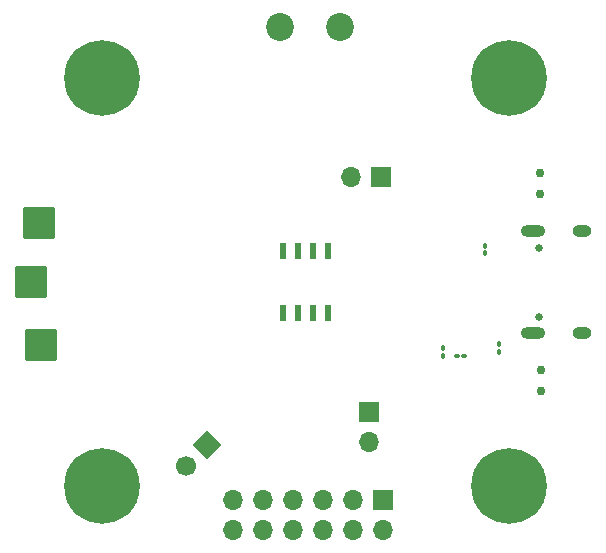
<source format=gbr>
%TF.GenerationSoftware,KiCad,Pcbnew,7.0.9*%
%TF.CreationDate,2024-02-12T03:50:36+01:00*%
%TF.ProjectId,MTR_Tiny_MD,4d54525f-5469-46e7-995f-4d442e6b6963,rev?*%
%TF.SameCoordinates,Original*%
%TF.FileFunction,Soldermask,Bot*%
%TF.FilePolarity,Negative*%
%FSLAX46Y46*%
G04 Gerber Fmt 4.6, Leading zero omitted, Abs format (unit mm)*
G04 Created by KiCad (PCBNEW 7.0.9) date 2024-02-12 03:50:36*
%MOMM*%
%LPD*%
G01*
G04 APERTURE LIST*
G04 Aperture macros list*
%AMRoundRect*
0 Rectangle with rounded corners*
0 $1 Rounding radius*
0 $2 $3 $4 $5 $6 $7 $8 $9 X,Y pos of 4 corners*
0 Add a 4 corners polygon primitive as box body*
4,1,4,$2,$3,$4,$5,$6,$7,$8,$9,$2,$3,0*
0 Add four circle primitives for the rounded corners*
1,1,$1+$1,$2,$3*
1,1,$1+$1,$4,$5*
1,1,$1+$1,$6,$7*
1,1,$1+$1,$8,$9*
0 Add four rect primitives between the rounded corners*
20,1,$1+$1,$2,$3,$4,$5,0*
20,1,$1+$1,$4,$5,$6,$7,0*
20,1,$1+$1,$6,$7,$8,$9,0*
20,1,$1+$1,$8,$9,$2,$3,0*%
%AMHorizOval*
0 Thick line with rounded ends*
0 $1 width*
0 $2 $3 position (X,Y) of the first rounded end (center of the circle)*
0 $4 $5 position (X,Y) of the second rounded end (center of the circle)*
0 Add line between two ends*
20,1,$1,$2,$3,$4,$5,0*
0 Add two circle primitives to create the rounded ends*
1,1,$1,$2,$3*
1,1,$1,$4,$5*%
%AMRotRect*
0 Rectangle, with rotation*
0 The origin of the aperture is its center*
0 $1 length*
0 $2 width*
0 $3 Rotation angle, in degrees counterclockwise*
0 Add horizontal line*
21,1,$1,$2,0,0,$3*%
G04 Aperture macros list end*
%ADD10R,1.700000X1.700000*%
%ADD11O,1.700000X1.700000*%
%ADD12RoundRect,0.165000X1.210000X-1.210000X1.210000X1.210000X-1.210000X1.210000X-1.210000X-1.210000X0*%
%ADD13C,0.800000*%
%ADD14C,6.400000*%
%ADD15C,2.362200*%
%ADD16C,0.650000*%
%ADD17O,2.100000X1.000000*%
%ADD18O,1.600000X1.000000*%
%ADD19RotRect,1.700000X1.700000X315.000000*%
%ADD20HorizOval,1.700000X0.000000X0.000000X0.000000X0.000000X0*%
%ADD21C,0.750000*%
%ADD22RoundRect,0.100000X0.100000X-0.130000X0.100000X0.130000X-0.100000X0.130000X-0.100000X-0.130000X0*%
%ADD23RoundRect,0.100000X0.130000X0.100000X-0.130000X0.100000X-0.130000X-0.100000X0.130000X-0.100000X0*%
%ADD24R,0.558000X1.394200*%
G04 APERTURE END LIST*
D10*
%TO.C,J5*%
X110400000Y-111025000D03*
D11*
X110400000Y-113565000D03*
%TD*%
D12*
%TO.C,H12*%
X82620000Y-105310000D03*
%TD*%
D13*
%TO.C,H1*%
X119850000Y-117250000D03*
X120552944Y-115552944D03*
X120552944Y-118947056D03*
X122250000Y-114850000D03*
D14*
X122250000Y-117250000D03*
D13*
X122250000Y-119650000D03*
X123947056Y-115552944D03*
X123947056Y-118947056D03*
X124650000Y-117250000D03*
%TD*%
%TO.C,H3*%
X119850000Y-82750000D03*
X120552944Y-81052944D03*
X120552944Y-84447056D03*
X122250000Y-80350000D03*
D14*
X122250000Y-82750000D03*
D13*
X122250000Y-85150000D03*
X123947056Y-81052944D03*
X123947056Y-84447056D03*
X124650000Y-82750000D03*
%TD*%
%TO.C,H8*%
X85350000Y-82750000D03*
X86052944Y-81052944D03*
X86052944Y-84447056D03*
X87750000Y-80350000D03*
D14*
X87750000Y-82750000D03*
D13*
X87750000Y-85150000D03*
X89447056Y-81052944D03*
X89447056Y-84447056D03*
X90150000Y-82750000D03*
%TD*%
%TO.C,H9*%
X85350000Y-117250000D03*
X86052944Y-115552944D03*
X86052944Y-118947056D03*
X87750000Y-114850000D03*
D14*
X87750000Y-117250000D03*
D13*
X87750000Y-119650000D03*
X89447056Y-115552944D03*
X89447056Y-118947056D03*
X90150000Y-117250000D03*
%TD*%
D15*
%TO.C,J6*%
X107890000Y-78450000D03*
X102890000Y-78450000D03*
%TD*%
D16*
%TO.C,J1*%
X124810000Y-102940000D03*
X124810000Y-97160000D03*
D17*
X124280000Y-104370000D03*
D18*
X128460000Y-104370000D03*
D17*
X124280000Y-95730000D03*
D18*
X128460000Y-95730000D03*
%TD*%
D19*
%TO.C,J3*%
X96700000Y-113800000D03*
D20*
X94903949Y-115596051D03*
%TD*%
D10*
%TO.C,J2*%
X111540000Y-118450000D03*
D11*
X111540000Y-120990000D03*
X109000000Y-118450000D03*
X109000000Y-120990000D03*
X106460000Y-118450000D03*
X106460000Y-120990000D03*
X103920000Y-118450000D03*
X103920000Y-120990000D03*
X101380000Y-118450000D03*
X101380000Y-120990000D03*
X98840000Y-118450000D03*
X98840000Y-120990000D03*
%TD*%
D12*
%TO.C,H11*%
X81740000Y-100030000D03*
%TD*%
D21*
%TO.C,SW1*%
X124875000Y-92550000D03*
X124875000Y-90750000D03*
%TD*%
D12*
%TO.C,H10*%
X82440000Y-95030000D03*
%TD*%
D10*
%TO.C,J4*%
X111400000Y-91100000D03*
D11*
X108860000Y-91100000D03*
%TD*%
D21*
%TO.C,SW2*%
X124950000Y-109250000D03*
X124950000Y-107450000D03*
%TD*%
D22*
%TO.C,VbusMin1*%
X116625000Y-106270000D03*
X116625000Y-105630000D03*
%TD*%
%TO.C,Coarse1*%
X121425000Y-105895000D03*
X121425000Y-105255000D03*
%TD*%
%TO.C,Vbus1*%
X120200000Y-97570000D03*
X120200000Y-96930000D03*
%TD*%
D23*
%TO.C,VbusMax1*%
X118450000Y-106275000D03*
X117810000Y-106275000D03*
%TD*%
D24*
%TO.C,U6*%
X103095000Y-97347100D03*
X104365000Y-97347100D03*
X105635000Y-97347100D03*
X106905000Y-97347100D03*
X106905000Y-102652900D03*
X105635000Y-102652900D03*
X104365000Y-102652900D03*
X103095000Y-102652900D03*
%TD*%
M02*

</source>
